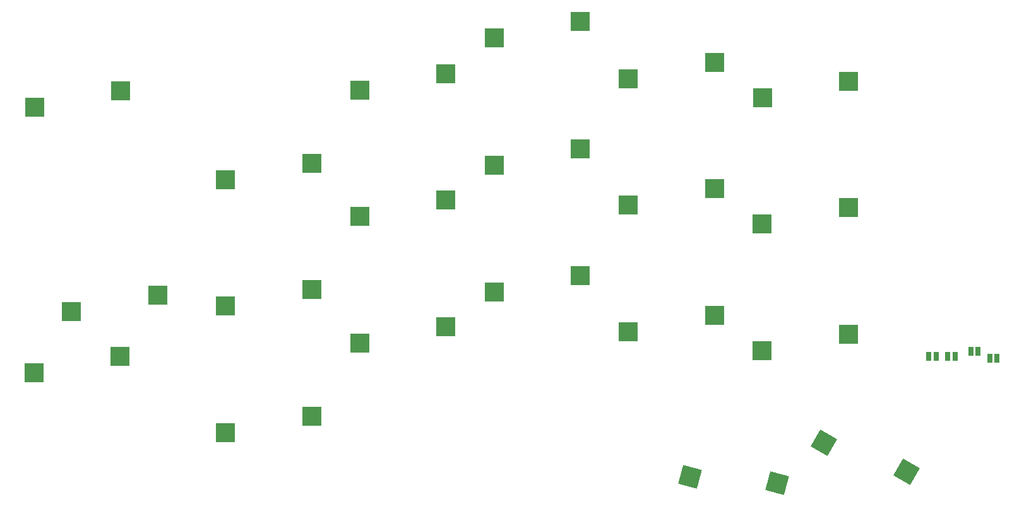
<source format=gtp>
G04 #@! TF.GenerationSoftware,KiCad,Pcbnew,(6.0.2-0)*
G04 #@! TF.CreationDate,2022-04-08T10:03:04+08:00*
G04 #@! TF.ProjectId,half-swept,68616c66-2d73-4776-9570-742e6b696361,rev?*
G04 #@! TF.SameCoordinates,Original*
G04 #@! TF.FileFunction,Paste,Top*
G04 #@! TF.FilePolarity,Positive*
%FSLAX46Y46*%
G04 Gerber Fmt 4.6, Leading zero omitted, Abs format (unit mm)*
G04 Created by KiCad (PCBNEW (6.0.2-0)) date 2022-04-08 10:03:04*
%MOMM*%
%LPD*%
G01*
G04 APERTURE LIST*
G04 Aperture macros list*
%AMRotRect*
0 Rectangle, with rotation*
0 The origin of the aperture is its center*
0 $1 length*
0 $2 width*
0 $3 Rotation angle, in degrees counterclockwise*
0 Add horizontal line*
21,1,$1,$2,0,0,$3*%
G04 Aperture macros list end*
%ADD10R,2.600000X2.600000*%
%ADD11RotRect,2.600000X2.600000X330.000000*%
%ADD12RotRect,2.600000X2.600000X165.000000*%
%ADD13R,0.635000X1.143000*%
G04 APERTURE END LIST*
D10*
X43593080Y-53477920D03*
X55143080Y-51277920D03*
X61593080Y-41477920D03*
X73143080Y-39277920D03*
X79593080Y-34477920D03*
X91143080Y-32277920D03*
X97593080Y-39977920D03*
X109143080Y-37777920D03*
X115593080Y-42477920D03*
X127143080Y-40277920D03*
X43593080Y-70477920D03*
X55143080Y-68277920D03*
X61593080Y-58451920D03*
X73143080Y-56251920D03*
X79593080Y-51593920D03*
X91143080Y-49393920D03*
X97593080Y-56927920D03*
X109143080Y-54727920D03*
X115573080Y-59467920D03*
X127123080Y-57267920D03*
X43593080Y-87477920D03*
X55143080Y-85277920D03*
X61593080Y-75469920D03*
X73143080Y-73269920D03*
X79593080Y-68611920D03*
X91143080Y-66411920D03*
X97593080Y-73945920D03*
X109143080Y-71745920D03*
X115573080Y-76485920D03*
X127123080Y-74285920D03*
D11*
X134955313Y-92712569D03*
X123852720Y-88842825D03*
D12*
X105880700Y-93377546D03*
X117606545Y-94241869D03*
D13*
X143517620Y-76530000D03*
X144518380Y-76530000D03*
D10*
X29460000Y-77180000D03*
X17910000Y-79380000D03*
X22925000Y-71220000D03*
X34475000Y-69020000D03*
X29525000Y-41550000D03*
X17975000Y-43750000D03*
D13*
X137889620Y-77230000D03*
X138890380Y-77230000D03*
X141430380Y-77230000D03*
X140429620Y-77230000D03*
X147058380Y-77470000D03*
X146057620Y-77470000D03*
M02*

</source>
